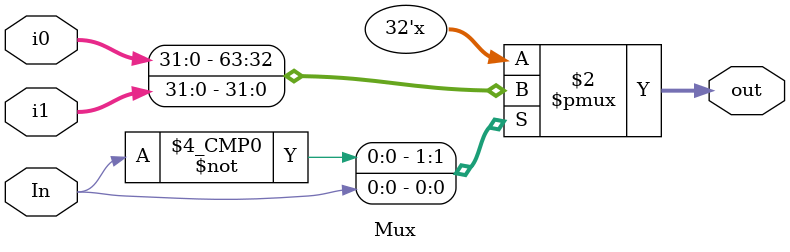
<source format=v>
module Mux(In, out, i0, i1);

input wire [31:0] i0, i1;

input wire In;

output reg [31:0]out;

always @ (i0, i1, In)

begin
	case (In)
              1'b0 : out <= i0;
              1'b1 : out <= i1;

	endcase

end

endmodule

</source>
